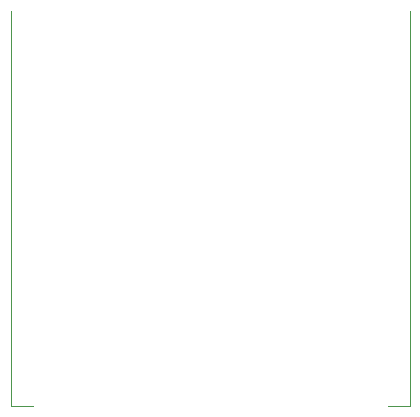
<source format=gbr>
%TF.GenerationSoftware,KiCad,Pcbnew,7.0.6*%
%TF.CreationDate,2023-07-26T14:18:57+01:00*%
%TF.ProjectId,Crenshaw,4372656e-7368-4617-972e-6b696361645f,rev?*%
%TF.SameCoordinates,Original*%
%TF.FileFunction,Legend,Top*%
%TF.FilePolarity,Positive*%
%FSLAX46Y46*%
G04 Gerber Fmt 4.6, Leading zero omitted, Abs format (unit mm)*
G04 Created by KiCad (PCBNEW 7.0.6) date 2023-07-26 14:18:57*
%MOMM*%
%LPD*%
G01*
G04 APERTURE LIST*
%ADD10C,0.120000*%
%ADD11C,1.356000*%
%ADD12C,4.204000*%
G04 APERTURE END LIST*
D10*
X64649989Y-56037488D02*
X62750000Y-56037486D01*
X30849999Y-56037488D02*
X30850007Y-22537500D01*
X64649989Y-56037488D02*
X64649993Y-22537500D01*
X32749991Y-56037488D02*
X30849999Y-56037488D01*
%LPC*%
D11*
%TO.C,H4*%
X31250000Y-57537500D03*
%TD*%
%TO.C,H3*%
X64250000Y-57537500D03*
%TD*%
%TO.C,H2*%
X47750000Y-23537500D03*
%TD*%
D12*
%TO.C,H1*%
X28000000Y-24537500D03*
X28000000Y-56537500D03*
X67500000Y-24537500D03*
X67500000Y-56537500D03*
%TD*%
%LPD*%
M02*

</source>
